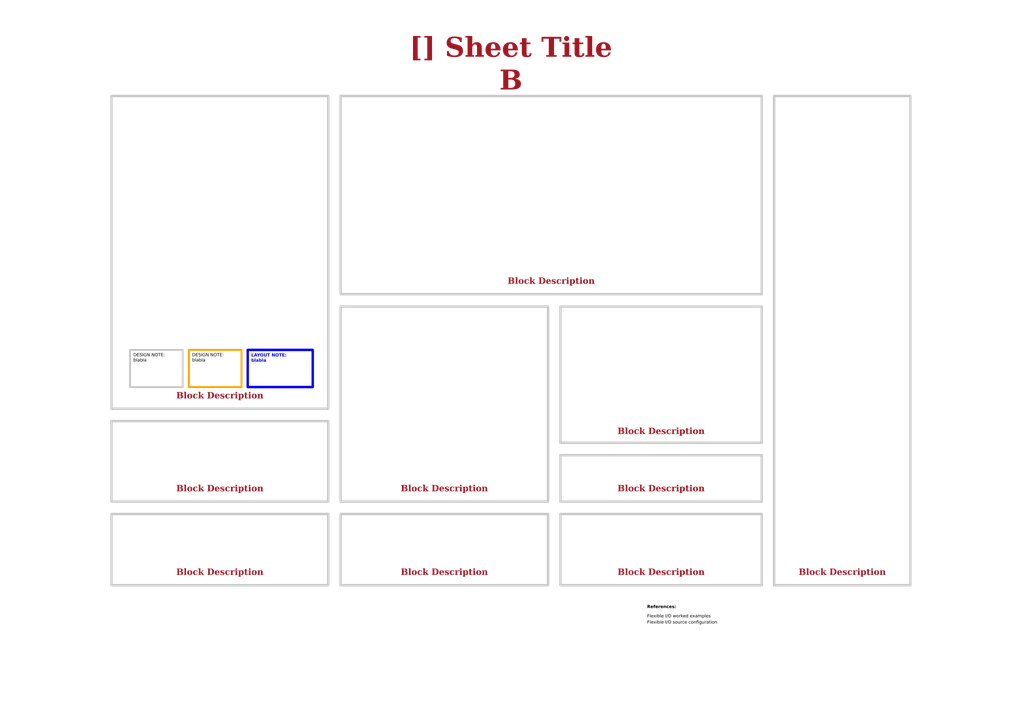
<source format=kicad_sch>
(kicad_sch
	(version 20250114)
	(generator "eeschema")
	(generator_version "9.0")
	(uuid "ea8c4f5e-7a49-4faf-a994-dbc85ed86b0a")
	(paper "A3")
	(title_block
		(title "Sheet Title B")
		(date "2025-01-12")
		(rev "${REVISION}")
		(company "${COMPANY}")
	)
	(lib_symbols)
	(rectangle
		(start 139.7 125.73)
		(end 224.79 205.74)
		(stroke
			(width 1)
			(type default)
			(color 200 200 200 1)
		)
		(fill
			(type none)
		)
		(uuid 1d862d27-55c8-43d9-a1e0-027d1852f163)
	)
	(rectangle
		(start 317.5 39.37)
		(end 373.38 240.03)
		(stroke
			(width 1)
			(type default)
			(color 200 200 200 1)
		)
		(fill
			(type none)
		)
		(uuid 1d9edcfe-b949-46c5-adca-40f822b4bd2a)
	)
	(rectangle
		(start 45.72 172.72)
		(end 134.62 205.74)
		(stroke
			(width 1)
			(type default)
			(color 200 200 200 1)
		)
		(fill
			(type none)
		)
		(uuid 5d23fe69-1b57-41a7-86cd-8987bca3e109)
	)
	(rectangle
		(start 45.72 210.82)
		(end 134.62 240.03)
		(stroke
			(width 1)
			(type default)
			(color 200 200 200 1)
		)
		(fill
			(type none)
		)
		(uuid 8b07e48f-2db7-43ad-80d6-e91fd34b7137)
	)
	(rectangle
		(start 229.87 186.69)
		(end 312.42 205.74)
		(stroke
			(width 1)
			(type default)
			(color 200 200 200 1)
		)
		(fill
			(type none)
		)
		(uuid 8fb364d8-7e61-4713-a5cf-4e5bf9a0422c)
	)
	(rectangle
		(start 229.87 125.73)
		(end 312.42 181.61)
		(stroke
			(width 1)
			(type default)
			(color 200 200 200 1)
		)
		(fill
			(type none)
		)
		(uuid 91e86061-3695-4d86-a73e-d25af3bfe9b8)
	)
	(rectangle
		(start 139.7 210.82)
		(end 224.79 240.03)
		(stroke
			(width 1)
			(type default)
			(color 200 200 200 1)
		)
		(fill
			(type none)
		)
		(uuid d99cdb64-d2e4-4f1f-8584-4020073b6248)
	)
	(rectangle
		(start 45.72 39.37)
		(end 134.62 167.64)
		(stroke
			(width 1)
			(type default)
			(color 200 200 200 1)
		)
		(fill
			(type none)
		)
		(uuid ed047b56-79da-45e9-8381-b3465e9473b3)
	)
	(rectangle
		(start 139.7 39.37)
		(end 312.42 120.65)
		(stroke
			(width 1)
			(type default)
			(color 200 200 200 1)
		)
		(fill
			(type none)
		)
		(uuid ed78b7e7-9d87-4eba-bb13-ab88d26954ef)
	)
	(rectangle
		(start 229.87 210.82)
		(end 312.42 240.03)
		(stroke
			(width 1)
			(type default)
			(color 200 200 200 1)
		)
		(fill
			(type none)
		)
		(uuid f026768c-915f-4378-b3f2-b0a2f2a348b8)
	)
	(text "Flexible I/O worked examples"
		(exclude_from_sim no)
		(at 265.43 254 0)
		(effects
			(font
				(face "Arial")
				(size 1.27 1.27)
				(color 0 0 0 1)
			)
			(justify left bottom)
			(href "https://jpieper.com/2022/06/30/flexible-i-o-worked-examples/")
		)
		(uuid "16842e9f-eef2-418b-80ee-4eca09c5cd4a")
	)
	(text "References:"
		(exclude_from_sim no)
		(at 265.43 250.19 0)
		(effects
			(font
				(face "Arial")
				(size 1.27 1.27)
				(thickness 0.254)
				(bold yes)
				(color 0 0 0 1)
			)
			(justify left bottom)
		)
		(uuid "ca73a951-c39c-4a3c-9e12-06e6bc2f3311")
	)
	(text "Flexible I/O source configuration"
		(exclude_from_sim no)
		(at 265.43 256.54 0)
		(effects
			(font
				(face "Arial")
				(size 1.27 1.27)
				(color 0 0 0 1)
			)
			(justify left bottom)
			(href "https://jpieper.com/2022/06/28/flexible-i-o-source-configuration/")
		)
		(uuid "ff128f57-01dd-404e-9bb2-8208299d438c")
	)
	(text_box "Block Description"
		(exclude_from_sim no)
		(at 46.99 194.31 0)
		(size 86.36 9.525)
		(margins 1.9049 1.9049 1.9049 1.9049)
		(stroke
			(width -0.0001)
			(type default)
		)
		(fill
			(type none)
		)
		(effects
			(font
				(face "Times New Roman")
				(size 2.54 2.54)
				(thickness 0.508)
				(bold yes)
				(color 162 22 34 1)
			)
			(justify bottom)
		)
		(uuid "22f68459-86b0-4160-81dc-9d64d58e4265")
	)
	(text_box "Block Description"
		(exclude_from_sim no)
		(at 140.97 228.6 0)
		(size 82.55 9.525)
		(margins 1.9049 1.9049 1.9049 1.9049)
		(stroke
			(width -0.0001)
			(type default)
		)
		(fill
			(type none)
		)
		(effects
			(font
				(face "Times New Roman")
				(size 2.54 2.54)
				(thickness 0.508)
				(bold yes)
				(color 162 22 34 1)
			)
			(justify bottom)
		)
		(uuid "5050590c-bc0b-438f-ac65-a11e5219903d")
	)
	(text_box "[${#}] ${TITLE}"
		(exclude_from_sim no)
		(at 161.29 20.32 0)
		(size 96.52 12.7)
		(margins 5.9999 5.9999 5.9999 5.9999)
		(stroke
			(width -0.0001)
			(type default)
		)
		(fill
			(type none)
		)
		(effects
			(font
				(face "Times New Roman")
				(size 8 8)
				(thickness 1.2)
				(bold yes)
				(color 162 22 34 1)
			)
		)
		(uuid "524c500e-48b2-4d74-9c30-5c34bf6c2558")
	)
	(text_box "Block Description"
		(exclude_from_sim no)
		(at 46.99 228.6 0)
		(size 86.36 9.525)
		(margins 1.9049 1.9049 1.9049 1.9049)
		(stroke
			(width -0.0001)
			(type default)
		)
		(fill
			(type none)
		)
		(effects
			(font
				(face "Times New Roman")
				(size 2.54 2.54)
				(thickness 0.508)
				(bold yes)
				(color 162 22 34 1)
			)
			(justify bottom)
		)
		(uuid "67a85d80-fe45-4492-a23f-f4ed25b939a9")
	)
	(text_box "DESIGN NOTE:\nblabla"
		(exclude_from_sim no)
		(at 77.47 143.51 0)
		(size 21.59 15.24)
		(margins 1.3525 1.3525 1.3525 1.3525)
		(stroke
			(width 0.8)
			(type solid)
			(color 255 165 0 1)
		)
		(fill
			(type none)
		)
		(effects
			(font
				(face "Arial")
				(size 1.27 1.27)
				(color 0 0 0 1)
			)
			(justify left top)
		)
		(uuid "7118d66d-27ed-4a42-9d0f-29873dd1133d")
	)
	(text_box "Block Description"
		(exclude_from_sim no)
		(at 231.14 228.6 0)
		(size 80.01 9.525)
		(margins 1.9049 1.9049 1.9049 1.9049)
		(stroke
			(width -0.0001)
			(type default)
		)
		(fill
			(type none)
		)
		(effects
			(font
				(face "Times New Roman")
				(size 2.54 2.54)
				(thickness 0.508)
				(bold yes)
				(color 162 22 34 1)
			)
			(justify bottom)
		)
		(uuid "7283beb6-c696-4e44-ac80-edfae78c644b")
	)
	(text_box "LAYOUT NOTE:\nblabla"
		(exclude_from_sim no)
		(at 101.6 143.51 0)
		(size 26.67 15.24)
		(margins 1.4525 1.4525 1.4525 1.4525)
		(stroke
			(width 1)
			(type solid)
			(color 0 0 255 1)
		)
		(fill
			(type none)
		)
		(effects
			(font
				(face "Arial")
				(size 1.27 1.27)
				(thickness 0.4)
				(bold yes)
				(color 0 0 255 1)
			)
			(justify left top)
		)
		(uuid "789bb8df-08ec-4683-a441-f4ff02e08c1e")
	)
	(text_box "Block Description"
		(exclude_from_sim no)
		(at 46.99 156.21 0)
		(size 86.36 9.525)
		(margins 1.9049 1.9049 1.9049 1.9049)
		(stroke
			(width -0.0001)
			(type default)
		)
		(fill
			(type none)
		)
		(effects
			(font
				(face "Times New Roman")
				(size 2.54 2.54)
				(thickness 0.508)
				(bold yes)
				(color 162 22 34 1)
			)
			(justify bottom)
		)
		(uuid "904a8349-50c0-42c2-9fb8-b365e5e4dae5")
	)
	(text_box "Block Description"
		(exclude_from_sim no)
		(at 142.24 109.22 0)
		(size 167.64 9.525)
		(margins 1.9049 1.9049 1.9049 1.9049)
		(stroke
			(width -0.0001)
			(type default)
		)
		(fill
			(type none)
		)
		(effects
			(font
				(face "Times New Roman")
				(size 2.54 2.54)
				(thickness 0.508)
				(bold yes)
				(color 162 22 34 1)
			)
			(justify bottom)
		)
		(uuid "96ca24d3-fb87-492b-b46b-2ff8e6f8597a")
	)
	(text_box "Block Description"
		(exclude_from_sim no)
		(at 231.775 170.815 0)
		(size 78.74 9.525)
		(margins 1.9049 1.9049 1.9049 1.9049)
		(stroke
			(width -0.0001)
			(type default)
		)
		(fill
			(type none)
		)
		(effects
			(font
				(face "Times New Roman")
				(size 2.54 2.54)
				(thickness 0.508)
				(bold yes)
				(color 162 22 34 1)
			)
			(justify bottom)
		)
		(uuid "9cf3d12e-f9c3-4c34-8081-b16b6bc5d5dd")
	)
	(text_box "Block Description"
		(exclude_from_sim no)
		(at 231.14 194.31 0)
		(size 80.01 9.525)
		(margins 1.9049 1.9049 1.9049 1.9049)
		(stroke
			(width -0.0001)
			(type default)
		)
		(fill
			(type none)
		)
		(effects
			(font
				(face "Times New Roman")
				(size 2.54 2.54)
				(thickness 0.508)
				(bold yes)
				(color 162 22 34 1)
			)
			(justify bottom)
		)
		(uuid "a0355043-f06f-4f70-9556-f7b249e99a87")
	)
	(text_box "Block Description"
		(exclude_from_sim no)
		(at 318.77 228.6 0)
		(size 53.34 9.525)
		(margins 1.9049 1.9049 1.9049 1.9049)
		(stroke
			(width -0.0001)
			(type default)
		)
		(fill
			(type none)
		)
		(effects
			(font
				(face "Times New Roman")
				(size 2.54 2.54)
				(thickness 0.508)
				(bold yes)
				(color 162 22 34 1)
			)
			(justify bottom)
		)
		(uuid "ac59a6b3-731c-4363-a803-7459ac300c4a")
	)
	(text_box "DESIGN NOTE:\nblabla"
		(exclude_from_sim no)
		(at 53.34 143.51 0)
		(size 21.59 15.24)
		(margins 1.3525 1.3525 1.3525 1.3525)
		(stroke
			(width 0.8)
			(type solid)
			(color 200 200 200 1)
		)
		(fill
			(type none)
		)
		(effects
			(font
				(face "Arial")
				(size 1.27 1.27)
				(color 0 0 0 1)
			)
			(justify left top)
		)
		(uuid "b30fc753-248d-41ea-b0ab-815ff2704544")
	)
	(text_box "Block Description"
		(exclude_from_sim no)
		(at 140.97 194.31 0)
		(size 82.55 9.525)
		(margins 1.9049 1.9049 1.9049 1.9049)
		(stroke
			(width -0.0001)
			(type default)
		)
		(fill
			(type none)
		)
		(effects
			(font
				(face "Times New Roman")
				(size 2.54 2.54)
				(thickness 0.508)
				(bold yes)
				(color 162 22 34 1)
			)
			(justify bottom)
		)
		(uuid "d975f102-c262-465d-91fc-7f6c552cfb8d")
	)
)

</source>
